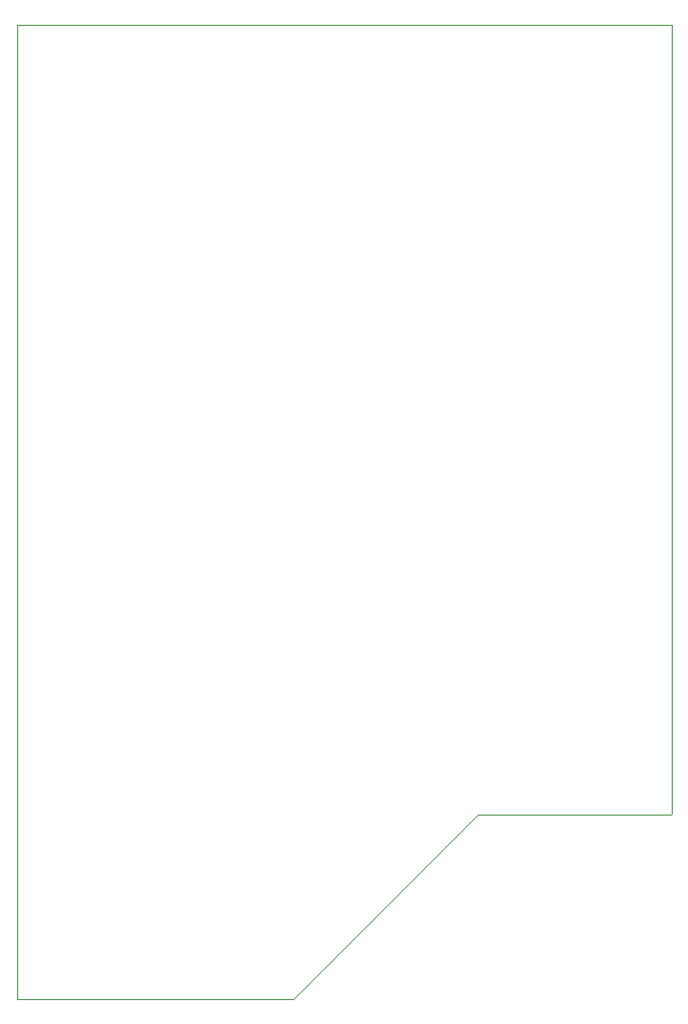
<source format=gbr>
%TF.GenerationSoftware,KiCad,Pcbnew,(6.0.2)*%
%TF.CreationDate,2022-04-05T14:05:12-06:00*%
%TF.ProjectId,F4Lite_THTV1,46344c69-7465-45f5-9448-5456312e6b69,rev?*%
%TF.SameCoordinates,Original*%
%TF.FileFunction,Profile,NP*%
%FSLAX46Y46*%
G04 Gerber Fmt 4.6, Leading zero omitted, Abs format (unit mm)*
G04 Created by KiCad (PCBNEW (6.0.2)) date 2022-04-05 14:05:12*
%MOMM*%
%LPD*%
G01*
G04 APERTURE LIST*
%TA.AperFunction,Profile*%
%ADD10C,0.100000*%
%TD*%
G04 APERTURE END LIST*
D10*
X104902000Y-151574500D02*
X129402840Y-151574500D01*
X129402840Y-151574500D02*
X145717260Y-135260080D01*
X162801300Y-135260080D02*
X162882580Y-135178800D01*
X104900000Y-65278000D02*
X162882580Y-65278000D01*
X104902000Y-151574500D02*
X104902000Y-65278000D01*
X162801300Y-135260080D02*
X145717260Y-135260080D01*
X162882580Y-135178800D02*
X162882580Y-65278000D01*
M02*

</source>
